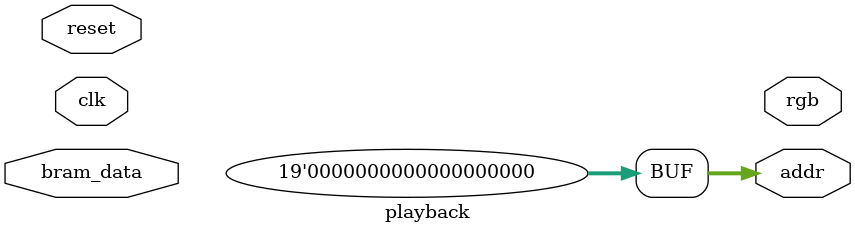
<source format=v>
`timescale 1ns / 1ps
module playback(
    input clk,
    input reset,
    input [23:0] bram_data,
	 output [18:0] addr,
    output [23:0] rgb
    );

	reg [18:0] addr = 0;
	
	always @(posedge clk) begin
		
	end

endmodule

</source>
